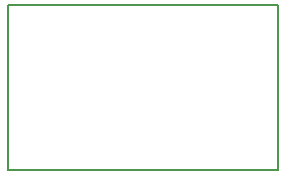
<source format=gbr>
G04 #@! TF.FileFunction,Profile,NP*
%FSLAX46Y46*%
G04 Gerber Fmt 4.6, Leading zero omitted, Abs format (unit mm)*
G04 Created by KiCad (PCBNEW 4.0.2+e4-6225~38~ubuntu14.04.1-stable) date Mon 01 Aug 2016 11:47:33 SAST*
%MOMM*%
G01*
G04 APERTURE LIST*
%ADD10C,0.050000*%
%ADD11C,0.150000*%
G04 APERTURE END LIST*
D10*
D11*
X158750000Y-111760000D02*
X158750000Y-97790000D01*
X135890000Y-111760000D02*
X158750000Y-111760000D01*
X135890000Y-97790000D02*
X135890000Y-111760000D01*
X158750000Y-97790000D02*
X135890000Y-97790000D01*
M02*

</source>
